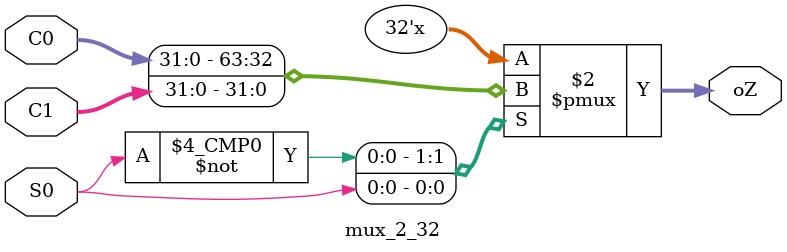
<source format=v>

`timescale 1ns / 1ps

module mux_2_32(
    input [31:0] C0,
    input [31:0] C1,
    input S0,
    output reg [31:0] oZ
    );

    always @ (C0 or C1 or S0) begin
        case(S0)
            1'b0: oZ <= C0;
            1'b1: oZ <= C1;
        endcase
   end
   
endmodule
</source>
